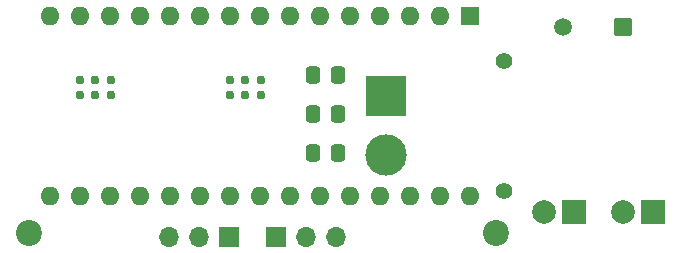
<source format=gbr>
%TF.GenerationSoftware,KiCad,Pcbnew,8.0.4*%
%TF.CreationDate,2025-02-26T16:08:11-05:00*%
%TF.ProjectId,plusle,706c7573-6c65-42e6-9b69-6361645f7063,rev?*%
%TF.SameCoordinates,Original*%
%TF.FileFunction,Soldermask,Bot*%
%TF.FilePolarity,Negative*%
%FSLAX46Y46*%
G04 Gerber Fmt 4.6, Leading zero omitted, Abs format (unit mm)*
G04 Created by KiCad (PCBNEW 8.0.4) date 2025-02-26 16:08:11*
%MOMM*%
%LPD*%
G01*
G04 APERTURE LIST*
G04 Aperture macros list*
%AMRoundRect*
0 Rectangle with rounded corners*
0 $1 Rounding radius*
0 $2 $3 $4 $5 $6 $7 $8 $9 X,Y pos of 4 corners*
0 Add a 4 corners polygon primitive as box body*
4,1,4,$2,$3,$4,$5,$6,$7,$8,$9,$2,$3,0*
0 Add four circle primitives for the rounded corners*
1,1,$1+$1,$2,$3*
1,1,$1+$1,$4,$5*
1,1,$1+$1,$6,$7*
1,1,$1+$1,$8,$9*
0 Add four rect primitives between the rounded corners*
20,1,$1+$1,$2,$3,$4,$5,0*
20,1,$1+$1,$4,$5,$6,$7,0*
20,1,$1+$1,$6,$7,$8,$9,0*
20,1,$1+$1,$8,$9,$2,$3,0*%
G04 Aperture macros list end*
%ADD10RoundRect,0.102000X-0.654000X0.654000X-0.654000X-0.654000X0.654000X-0.654000X0.654000X0.654000X0*%
%ADD11C,1.512000*%
%ADD12C,1.400000*%
%ADD13R,3.500000X3.500000*%
%ADD14C,3.500000*%
%ADD15C,0.770000*%
%ADD16R,1.700000X1.700000*%
%ADD17O,1.700000X1.700000*%
%ADD18C,2.000000*%
%ADD19R,2.000000X2.000000*%
%ADD20C,2.200000*%
%ADD21RoundRect,0.250000X0.337500X0.475000X-0.337500X0.475000X-0.337500X-0.475000X0.337500X-0.475000X0*%
%ADD22R,1.600000X1.600000*%
%ADD23O,1.600000X1.600000*%
G04 APERTURE END LIST*
D10*
%TO.C,SW1*%
X78040000Y-29100000D03*
D11*
X72960000Y-29100000D03*
%TD*%
D12*
%TO.C,J5*%
X68000000Y-43000000D03*
X68000000Y-32000000D03*
D13*
X58000000Y-35000000D03*
D14*
X58000000Y-40000000D03*
%TD*%
D15*
%TO.C,U4*%
X47400000Y-33600000D03*
X46100000Y-33600000D03*
X44800000Y-33600000D03*
X47400000Y-34900000D03*
X46100000Y-34900000D03*
X44800000Y-34900000D03*
%TD*%
%TO.C,U3*%
X34700000Y-33600000D03*
X33400000Y-33600000D03*
X32100000Y-33600000D03*
X34700000Y-34900000D03*
X33400000Y-34900000D03*
X32100000Y-34900000D03*
%TD*%
D16*
%TO.C,J4*%
X44725000Y-46900000D03*
D17*
X42185000Y-46900000D03*
X39645000Y-46900000D03*
%TD*%
D18*
%TO.C,J3*%
X78060000Y-44800000D03*
D19*
X80600000Y-44800000D03*
%TD*%
D18*
%TO.C,J2*%
X71360000Y-44800000D03*
D19*
X73900000Y-44800000D03*
%TD*%
D16*
%TO.C,J1*%
X48675000Y-46900000D03*
D17*
X51215000Y-46900000D03*
X53755000Y-46900000D03*
%TD*%
D20*
%TO.C,H1*%
X27800000Y-46600000D03*
%TD*%
D21*
%TO.C,C6*%
X53937500Y-33200000D03*
X51862500Y-33200000D03*
%TD*%
%TO.C,C5*%
X53937500Y-36500000D03*
X51862500Y-36500000D03*
%TD*%
%TO.C,C4*%
X53937500Y-39800000D03*
X51862500Y-39800000D03*
%TD*%
D22*
%TO.C,A1*%
X65140000Y-28160000D03*
D23*
X62600000Y-28160000D03*
X60060000Y-28160000D03*
X57520000Y-28160000D03*
X54980000Y-28160000D03*
X52440000Y-28160000D03*
X49900000Y-28160000D03*
X47360000Y-28160000D03*
X44820000Y-28160000D03*
X42280000Y-28160000D03*
X39740000Y-28160000D03*
X37200000Y-28160000D03*
X34660000Y-28160000D03*
X32120000Y-28160000D03*
X29580000Y-28160000D03*
X29580000Y-43400000D03*
X32120000Y-43400000D03*
X34660000Y-43400000D03*
X37200000Y-43400000D03*
X39740000Y-43400000D03*
X42280000Y-43400000D03*
X44820000Y-43400000D03*
X47360000Y-43400000D03*
X49900000Y-43400000D03*
X52440000Y-43400000D03*
X54980000Y-43400000D03*
X57520000Y-43400000D03*
X60060000Y-43400000D03*
X62600000Y-43400000D03*
X65140000Y-43400000D03*
%TD*%
D20*
%TO.C,H2*%
X67300000Y-46600000D03*
%TD*%
M02*

</source>
